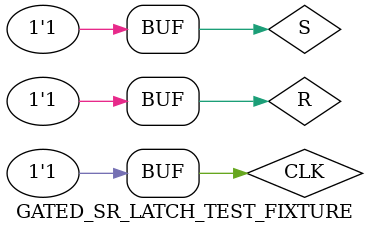
<source format=v>
`timescale 1ns / 1ps

module GATED_SR_LATCH_TEST_FIXTURE;

	// Inputs
	reg S;
	reg R;
	reg CLK;


	// Outputs
	wire Q;
	wire P;

	// Instantiate the Unit Under Test (UUT)
	GATED_SR_LATCH uut (
		.Q(Q), 
		.P(P), 
		.S(S), 
		.R(R), 
		.CLK(CLK)
	);

	initial begin
		// Initialize Inputs
		
		S = 0;
		R = 0;
		CLK = 0;
		#100;		//Wait for 100ns.

		S = 1;
		#100;		//Wait for 100ns.
		
		S = 0;
		R = 1;
		#100;		//Wait for 100ns.
		
		S = 1;
		#100;		//Wait for 100ns.
		
		R = 0;
		CLK = 1;
		#100;		//Wait for 100ns.

		S = 0;
		R = 1;
		#100;		//Wait for 100ns.

		S = 1;
		#100;		//Wait for 100ns.

	end
      
endmodule


</source>
